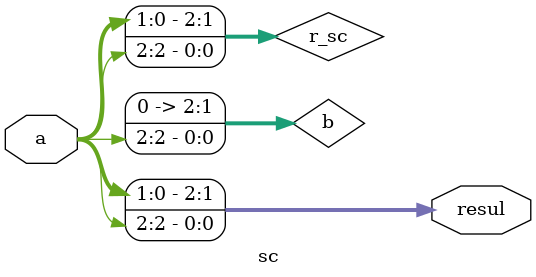
<source format=sv>
module sc #(parameter N=3)
			  (input  logic [N-1:0] a,
			   output logic [2:0]   resul);

logic [N-1:0] b;
logic [N-1:0] r_sc;

always_comb begin
	b = a >> 2;
	r_sc = {a[N-2:0], b[0]};
end

assign resul = r_sc;
	
endmodule
</source>
